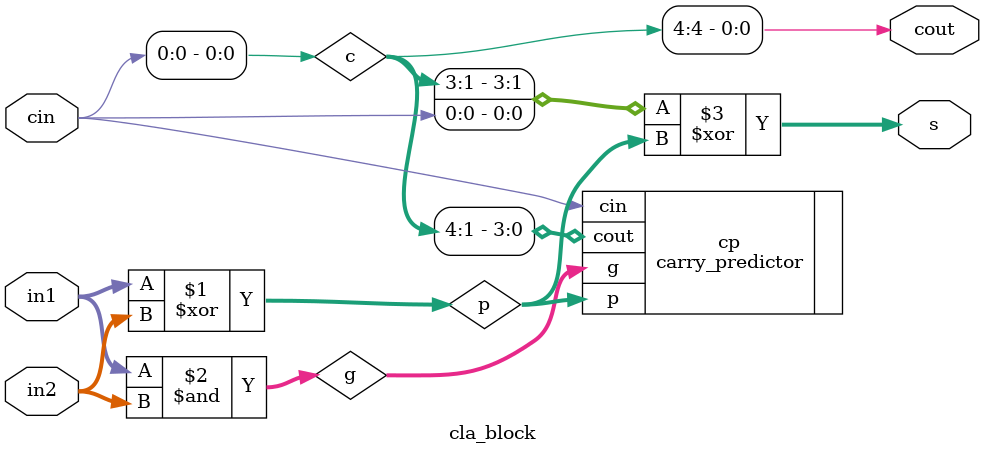
<source format=v>
module cla_block #(
  parameter BUS_WIDTH = 4
) (
  input                  cin,
  input  [BUS_WIDTH-1:0] in1,
  input  [BUS_WIDTH-1:0] in2,
  output [BUS_WIDTH-1:0] s,
  output                 cout
);

  wire [BUS_WIDTH-1:0] p;
  wire [BUS_WIDTH-1:0] g;
  wire [  BUS_WIDTH:0] c;

  assign c[0] = cin;
  assign p    = in1 ^ in2;
  assign g    = in1 & in2;

  assign s    = c[BUS_WIDTH-1:0] ^ p;
  assign cout = c[BUS_WIDTH];

  carry_predictor #(
    .CARRY_WIDTH(BUS_WIDTH)
  ) cp (
    .cin (cin),
    .p   (p),
    .g   (g),
    .cout(c[BUS_WIDTH:1])
  );

endmodule

</source>
